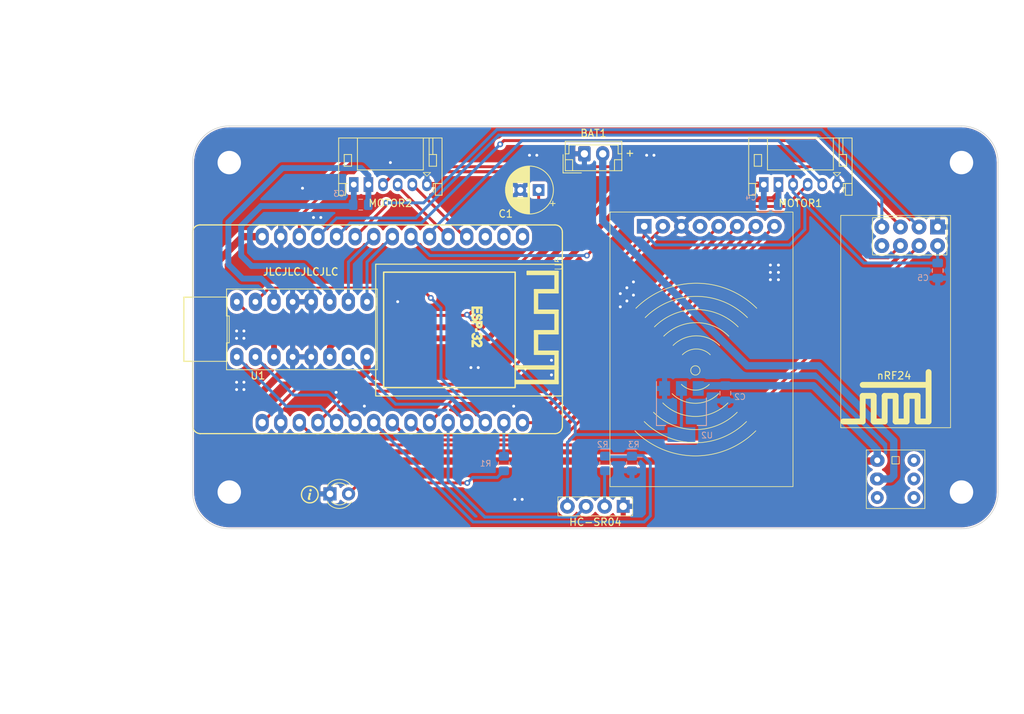
<source format=kicad_pcb>
(kicad_pcb (version 20221018) (generator pcbnew)
  (layers (0 "F.Cu" jumper) (31 "B.Cu" signal) (34 "B.Paste" user) (35 "F.Paste" user) (36 "B.SilkS" user "B.Silkscreen") (37 "F.SilkS" user "F.Silkscreen") (38 "B.Mask" user) (39 "F.Mask" user) (44 "Edge.Cuts" user))
  (net 0 "")
  (net 1 "+3V3")
  (net 2 "CSN_NRF")
  (net 3 "RST_RFID")
  (net 4 "SDA_RFID")
  (net 5 "SCK_RFID")
  (net 6 "MISO_RFID")
  (net 7 "MOSI_RFID")
  (net 8 "CE_NRF")
  (net 12 "SCK_NRF")
  (net 13 "MISO_NRF")
  (net 14 "MOSI_NRF")
  (net 15 "M2_S1")
  (net 16 "M2_S2")
  (net 17 "+BATT")
  (net 18 "Echo")
  (net 19 "Trig")
  (net 20 "+5V")
  (net 21 "EN1")
  (net 22 "IN1")
  (net 23 "IN2")
  (net 24 "EN2")
  (net 25 "IN3")
  (net 26 "IN4")
  (net 27 "M1_S1")
  (net 28 "M1_S2")
  (net 31 "/M2-")
  (net 32 "/M2+")
  (net 33 "/M1-")
  (net 34 "/M1+")
  (net 35 "GND")
  (net 36 "VCC")
  (net 37 "LED")
  (net 38 "Net-(D1-A)")
  (net 39 "Net-(J1-Echo)")
  (footprint "GERE_footprints:MFRC522 37.5x25mm" (layer "F.Cu") (at 181.99 94.26 90)
    (fp_text reference "U5" (at 30.48 -31.98 90 unlocked) (layer "F.SilkS") (effects (font (thickness 0.1))))
    (fp_text value "MFRC522 37.5x25mm")
    (pad "1" thru_hole rect locked (at 35.56 -20.32 90) (size 2 2) (drill 0.9) (layers "*.Cu" "*.Mask") (net 1 "+3V3"))
    (pad "2" thru_hole circle locked (at 35.56 -17.78 90) (size 2 2) (drill 0.9) (layers "*.Cu" "*.Mask") (net 3 "RST_RFID"))
    (pad "3" thru_hole circle locked (at 35.56 -15.24 90) (size 2 2) (drill 0.9) (layers "*.Cu" "*.Mask") (net 35 "GND"))
    (pad "4" thru_hole circle locked (at 35.56 -12.7 90) (size 2 2) (drill 0.9) (layers "*.Cu" "*.Mask"))
    (pad "5" thru_hole circle locked (at 35.56 -10.16 90) (size 2 2) (drill 0.9) (layers "*.Cu" "*.Mask") (net 6 "MISO_RFID"))
    (pad "6" thru_hole circle locked (at 35.56 -7.62 90) (size 2 2) (drill 0.9) (layers "*.Cu" "*.Mask") (net 7 "MOSI_RFID"))
    (pad "7" thru_hole circle locked (at 35.56 -5.08 90) (size 2 2) (drill 0.9) (layers "*.Cu" "*.Mask") (net 5 "SCK_RFID"))
    (pad "8" thru_hole circle locked (at 35.56 -2.54 90) (size 2 2) (drill 0.9) (layers "*.Cu" "*.Mask") (net 4 "SDA_RFID"))
  )
  (footprint "MountingHole:MountingHole_3.2mm_M3_DIN965_Pad" (layer "F.Cu") (at 205 95)
    (fp_text reference "H4" hide)
    (fp_text value "MountingHole_Pad")
    (pad "1" thru_hole circle locked (at 0 0) (size 5.6 5.6) (drill 3.2) (layers "*.Cu" "*.Mask") (net 35 "GND"))
  )
  (footprint "GERE_footprints:info2" (layer "F.Cu") (at 116 95.25)
    (fp_text reference "G***" hide)
    (fp_text value "LOGO" hide)
  )
  (footprint "LED_THT:LED_D3.0mm_Clear" (layer "F.Cu") (at 118.75 95.25)
    (fp_text reference "D1" hide)
    (fp_text value "LED")
    (pad "1" thru_hole rect (at 0 0) (size 1.8 1.8) (drill 0.9) (layers "*.Cu" "*.Mask") (net 35 "GND"))
    (pad "2" thru_hole circle (at 2.54 0) (size 1.8 1.8) (drill 0.9) (layers "*.Cu" "*.Mask") (net 38 "Net-(D1-A)"))
  )
  (footprint "GERE_footprints:NRF24_SOCKET" (layer "F.Cu") (at 201.73 58.8 180)
    (fp_text reference "NRF24")
    (fp_text value "NRF24" hide)
    (fp_text user "nRF24" (at 5.93 -20.3 unlocked) (layer "F.SilkS"))
    (pad "1" thru_hole rect locked (at -0.01 0 180) (size 2.032 2.032) (drill 0.9) (layers "*.Cu" "*.Mask") (net 35 "GND"))
    (pad "2" thru_hole circle locked (at -0.01 -2.54 180) (size 2.032 2.032) (drill 0.9) (layers "*.Cu" "*.Mask") (net 1 "+3V3"))
    (pad "3" thru_hole circle locked (at 2.53 0 180) (size 2.032 2.032) (drill 0.9) (layers "*.Cu" "*.Mask") (net 8 "CE_NRF"))
    (pad "4" thru_hole circle locked (at 2.53 -2.54 180) (size 2.032 2.032) (drill 0.9) (layers "*.Cu" "*.Mask") (net 2 "CSN_NRF"))
    (pad "5" thru_hole circle locked (at 5.07 0 180) (size 2.032 2.032) (drill 0.9) (layers "*.Cu" "*.Mask") (net 12 "SCK_NRF"))
    (pad "6" thru_hole circle locked (at 5.07 -2.54 180) (size 2.032 2.032) (drill 0.9) (layers "*.Cu" "*.Mask") (net 14 "MOSI_NRF"))
    (pad "7" thru_hole circle locked (at 7.61 0 180) (size 2.032 2.032) (drill 0.9) (layers "*.Cu" "*.Mask") (net 13 "MISO_NRF"))
    (pad "8" thru_hole circle locked (at 7.61 -2.54 180) (size 2.032 2.032) (drill 0.9) (layers "*.Cu" "*.Mask"))
  )
  (footprint "GERE_footprints:Encoder Socket" (layer "F.Cu") (at 188 53 180)
    (fp_text reference "MOTOR1" (at 5 -2.55 180) (layer "F.SilkS"))
    (fp_text value "MOTOR ENC JST_06 (PH2.0) Horizontal")
    (pad "1" thru_hole oval locked (at 0 0 180) (size 1.3 1.8) (drill 0.8) (layers "*.Cu" "*.Mask") (net 35 "GND"))
    (pad "2" thru_hole oval locked (at 2 0 180) (size 1.3 1.8) (drill 0.8) (layers "*.Cu" "*.Mask") (net 27 "M1_S1"))
    (pad "3" thru_hole oval locked (at 4 0 180) (size 1.3 1.8) (drill 0.8) (layers "*.Cu" "*.Mask") (net 28 "M1_S2"))
    (pad "4" thru_hole oval locked (at 6 0 180) (size 1.3 1.8) (drill 0.8) (layers "*.Cu" "*.Mask") (net 1 "+3V3"))
    (pad "5" thru_hole rect locked (at 8 0 180) (size 1.3 2) (drill 0.8) (layers "*.Cu" "*.Mask") (net 34 "/M1+"))
    (pad "6" thru_hole rect locked (at 10 0 180) (size 1.3 2) (drill 0.8) (layers "*.Cu" "*.Mask") (net 33 "/M1-"))
  )
  (footprint "PCM_SL_Development_Boards:DOIT_ESP32_DEVKIT_30Pins" (layer "F.Cu") (at 109.49 85.52 90)
    (fp_text reference "A1")
    (fp_text value "ESP32_DevKit_V1_DOIT_30GPIOs")
    (pad "1" thru_hole oval locked (at 0 0) (size 1.8 2.4) (drill 1) (layers "*.Cu" "*.Mask") (net 1 "+3V3"))
    (pad "2" thru_hole oval locked (at 0 2.54) (size 1.8 2.4) (drill 1) (layers "*.Cu" "*.Mask") (net 35 "GND"))
    (pad "3" thru_hole oval locked (at 0 5.08) (size 1.8 2.4) (drill 1) (layers "*.Cu" "*.Mask") (net 2 "CSN_NRF"))
    (pad "4" thru_hole oval locked (at 0 7.62) (size 1.8 2.4) (drill 1) (layers "*.Cu" "*.Mask") (net 3 "RST_RFID"))
    (pad "5" thru_hole oval locked (at 0 10.16) (size 1.8 2.4) (drill 1) (layers "*.Cu" "*.Mask") (net 21 "EN1"))
    (pad "6" thru_hole oval locked (at 0 12.7) (size 1.8 2.4) (drill 1) (layers "*.Cu" "*.Mask") (net 22 "IN1"))
    (pad "7" thru_hole oval locked (at 0 15.24) (size 1.8 2.4) (drill 1) (layers "*.Cu" "*.Mask") (net 18 "Echo"))
    (pad "8" thru_hole oval locked (at 0 17.78) (size 1.8 2.4) (drill 1) (layers "*.Cu" "*.Mask") (net 4 "SDA_RFID"))
    (pad "9" thru_hole oval locked (at 0 20.32) (size 1.8 2.4) (drill 1) (layers "*.Cu" "*.Mask") (net 5 "SCK_RFID"))
    (pad "10" thru_hole oval locked (at 0 22.86) (size 1.8 2.4) (drill 1) (layers "*.Cu" "*.Mask") (net 6 "MISO_RFID"))
    (pad "11" thru_hole oval locked (at 0 25.4) (size 1.8 2.4) (drill 1) (layers "*.Cu" "*.Mask") (net 19 "Trig"))
    (pad "12" thru_hole oval locked (at 0 27.94) (size 1.8 2.4) (drill 1) (layers "*.Cu" "*.Mask") (net 23 "IN2"))
    (pad "13" thru_hole oval locked (at 0 30.48) (size 1.8 2.4) (drill 1) (layers "*.Cu" "*.Mask") (net 26 "IN4"))
    (pad "14" thru_hole oval locked (at 0 33.02) (size 1.8 2.4) (drill 1) (layers "*.Cu" "*.Mask") (net 37 "LED"))
    (pad "15" thru_hole oval locked (at 0 35.56) (size 1.8 2.4) (drill 1) (layers "*.Cu" "*.Mask") (net 7 "MOSI_RFID"))
    (pad "16" thru_hole oval locked (at 25.4 35.56) (size 1.8 2.4) (drill 1) (layers "*.Cu" "*.Mask"))
    (pad "17" thru_hole oval locked (at 25.4 33.02) (size 1.8 2.4) (drill 1) (layers "*.Cu" "*.Mask"))
    (pad "18" thru_hole oval locked (at 25.4 30.48) (size 1.8 2.4) (drill 1) (layers "*.Cu" "*.Mask"))
    (pad "19" thru_hole oval locked (at 25.4 27.94) (size 1.8 2.4) (drill 1) (layers "*.Cu" "*.Mask") (net 15 "M2_S1"))
    (pad "20" thru_hole oval locked (at 25.4 25.4) (size 1.8 2.4) (drill 1) (layers "*.Cu" "*.Mask") (net 16 "M2_S2"))
    (pad "21" thru_hole oval locked (at 25.4 22.86) (size 1.8 2.4) (drill 1) (layers "*.Cu" "*.Mask") (net 27 "M1_S1"))
    (pad "22" thru_hole oval locked (at 25.4 20.32) (size 1.8 2.4) (drill 1) (layers "*.Cu" "*.Mask") (net 28 "M1_S2"))
    (pad "23" thru_hole oval locked (at 25.4 17.78) (size 1.8 2.4) (drill 1) (layers "*.Cu" "*.Mask") (net 24 "EN2"))
    (pad "24" thru_hole oval locked (at 25.4 15.24) (size 1.8 2.4) (drill 1) (layers "*.Cu" "*.Mask") (net 25 "IN3"))
    (pad "25" thru_hole oval locked (at 25.4 12.7) (size 1.8 2.4) (drill 1) (layers "*.Cu" "*.Mask") (net 8 "CE_NRF"))
    (pad "26" thru_hole oval locked (at 25.4 10.16) (size 1.8 2.4) (drill 1) (layers "*.Cu" "*.Mask") (net 12 "SCK_NRF"))
    (pad "27" thru_hole oval locked (at 25.4 7.62) (size 1.8 2.4) (drill 1) (layers "*.Cu" "*.Mask") (net 13 "MISO_NRF"))
    (pad "28" thru_hole oval locked (at 25.4 5.08) (size 1.8 2.4) (drill 1) (layers "*.Cu" "*.Mask") (net 14 "MOSI_NRF"))
    (pad "29" thru_hole oval locked (at 25.4 2.54) (size 1.8 2.4) (drill 1) (layers "*.Cu" "*.Mask") (net 35 "GND"))
    (pad "30" thru_hole oval locked (at 25.4 0) (size 1.8 2.4) (drill 1) (layers "*.Cu" "*.Mask") (net 36 "VCC"))
  )
  (footprint "GERE_footprints:Encoder Socket" (layer "F.Cu") (at 132 53 180)
    (fp_text reference "MOTOR2" (at 5 -2.55 180) (layer "F.SilkS"))
    (fp_text value "MOTOR ENC JST_06 (PH2.0) Horizontal")
    (pad "1" thru_hole oval locked (at 0 0 180) (size 1.3 1.8) (drill 0.8) (layers "*.Cu" "*.Mask") (net 35 "GND"))
    (pad "2" thru_hole oval locked (at 2 0 180) (size 1.3 1.8) (drill 0.8) (layers "*.Cu" "*.Mask") (net 15 "M2_S1"))
    (pad "3" thru_hole oval locked (at 4 0 180) (size 1.3 1.8) (drill 0.8) (layers "*.Cu" "*.Mask") (net 16 "M2_S2"))
    (pad "4" thru_hole oval locked (at 6 0 180) (size 1.3 1.8) (drill 0.8) (layers "*.Cu" "*.Mask") (net 1 "+3V3"))
    (pad "5" thru_hole rect locked (at 8 0 180) (size 1.3 2) (drill 0.8) (layers "*.Cu" "*.Mask") (net 32 "/M2+"))
    (pad "6" thru_hole rect locked (at 10 0 180) (size 1.3 2) (drill 0.8) (layers "*.Cu" "*.Mask") (net 31 "/M2-"))
  )
  (footprint "MountingHole:MountingHole_3.2mm_M3_DIN965_Pad" (layer "F.Cu") (at 105 50)
    (fp_text reference "H1" hide)
    (fp_text value "MountingHole_Pad")
    (pad "1" thru_hole circle locked (at 0 0) (size 5.6 5.6) (drill 3.2) (layers "*.Cu" "*.Mask") (net 35 "GND"))
  )
  (footprint "Capacitor_THT:CP_Radial_D6.3mm_P2.50mm" (layer "F.Cu") (at 147.25 53.75 180)
    (fp_text reference "C1" (at 4.5 -3.25) (layer "F.SilkS"))
    (fp_text value "220uF_10V")
    (pad "1" thru_hole rect (at 0 0 180) (size 1.6 1.6) (drill 0.8) (layers "*.Cu" "*.Mask") (net 20 "+5V"))
    (pad "2" thru_hole circle (at 2.5 0 180) (size 1.6 1.6) (drill 0.8) (layers "*.Cu" "*.Mask") (net 35 "GND"))
  )
  (footprint "GERE_footprints:HC-SR04" (layer "F.Cu") (at 158.8 96.95 -90)
    (fp_text reference "J1")
    (fp_text value "HC-SR04" hide)
    (fp_text user "HC-SR04" (at 2.15 3.8 unlocked) (layer "F.SilkS"))
    (pad "1" thru_hole rect locked (at 0 0) (size 1.75 1.75) (drill 1) (layers "*.Cu" "*.Mask") (net 35 "GND"))
    (pad "2" thru_hole circle locked (at 0 2.54) (size 2 2) (drill 1) (layers "*.Cu" "*.Mask") (net 39 "Net-(J1-Echo)"))
    (pad "3" thru_hole circle locked (at 0 5.08) (size 2 2) (drill 1) (layers "*.Cu" "*.Mask") (net 19 "Trig"))
    (pad "4" thru_hole circle locked (at 0 7.62) (size 2 2) (drill 1) (layers "*.Cu" "*.Mask") (net 20 "+5V"))
  )
  (footprint "GERE_footprints:Push Button Switch 7mm" (layer "F.Cu") (at 193.5 95.75)
    (fp_text reference "SW1" hide)
    (fp_text value "Switch")
    (pad "1" thru_hole oval (at 0 -5.08) (size 2 1.75) (drill 0.8) (layers "*.Cu" "*.Mask") (net 36 "VCC"))
    (pad "2" thru_hole oval (at 0 -2.54) (size 2 1.75) (drill 0.8) (layers "*.Cu" "*.Mask") (net 17 "+BATT"))
    (pad "3" thru_hole circle (at 0 0) (size 1.75 1.75) (drill 0.8) (layers "*.Cu" "*.Mask"))
    (pad "4" thru_hole circle (at 5 -5.08) (size 1.75 1.75) (drill 0.8) (layers "*.Cu" "*.Mask"))
    (pad "5" thru_hole circle (at 5 -2.54) (size 1.75 1.75) (drill 0.8) (layers "*.Cu" "*.Mask"))
    (pad "6" thru_hole circle (at 5 0) (size 1.75 1.75) (drill 0.8) (layers "*.Cu" "*.Mask"))
  )
  (footprint "MountingHole:MountingHole_3.2mm_M3_DIN965_Pad" (layer "F.Cu") (at 105 95)
    (fp_text reference "H2" hide)
    (fp_text value "MountingHole_Pad")
    (pad "1" thru_hole circle locked (at 0 0) (size 5.6 5.6) (drill 3.2) (layers "*.Cu" "*.Mask") (net 35 "GND"))
  )
  (footprint "MountingHole:MountingHole_3.2mm_M3_DIN965_Pad" (layer "F.Cu") (at 205 50)
    (fp_text reference "H3" hide)
    (fp_text value "MountingHole_Pad")
    (pad "1" thru_hole circle locked (at 0 0) (size 5.6 5.6) (drill 3.2) (layers "*.Cu" "*.Mask") (net 35 "GND"))
  )
  (footprint "Connector_JST:JST_EH_B2B-EH-A_1x02_P2.50mm_Vertical" (layer "F.Cu") (at 153.5 48.8)
    (fp_text reference "BAT1" (at 1.25 -2.8) (layer "F.SilkS"))
    (fp_text value "JST_02")
    (pad "1" thru_hole roundrect (at 0 0) (size 1.7 2.1) (drill 1) (layers "*.Cu" "*.Mask") (roundrect_rratio 0.1470588235) (net 35 "GND"))
    (pad "2" thru_hole oval (at 2.5 0) (size 1.8 2.1) (drill 1) (layers "*.Cu" "*.Mask") (net 17 "+BATT"))
  )
  (footprint "PCM_SL_Devices:DIP-16_W7.62mm_IC_Socket" (layer "F.Cu") (at 106.03 72.83 90)
    (fp_text reference "U1" (at -6.27 2.87 180) (layer "F.SilkS"))
    (fp_text value "L293")
    (pad "1" thru_hole oval (at -3.71 0) (size 1.8 2.5) (drill 0.8) (layers "*.Cu" "*.Mask") (net 21 "EN1"))
    (pad "2" thru_hole oval (at -3.71 2.54) (size 1.8 2.5) (drill 0.8) (layers "*.Cu" "*.Mask") (net 22 "IN1"))
    (pad "3" thru_hole oval (at -3.71 5.08) (size 1.8 2.5) (drill 0.8) (layers "*.Cu" "*.Mask") (net 33 "/M1-"))
    (pad "4" thru_hole oval (at -3.71 7.62) (size 1.8 2.5) (drill 0.8) (layers "*.Cu" "*.Mask") (net 35 "GND"))
    (pad "5" thru_hole oval (at -3.71 10.16) (size 1.8 2.5) (drill 0.8) (layers "*.Cu" "*.Mask") (net 35 "GND"))
    (pad "6" thru_hole oval (at -3.71 12.7) (size 1.8 2.5) (drill 0.8) (layers "*.Cu" "*.Mask") (net 34 "/M1+"))
    (pad "7" thru_hole oval (at -3.71 15.24) (size 1.8 2.5) (drill 0.8) (layers "*.Cu" "*.Mask") (net 23 "IN2"))
    (pad "8" thru_hole oval (at -3.71 17.78) (size 1.8 2.5) (drill 0.8) (layers "*.Cu" "*.Mask") (net 36 "VCC"))
    (pad "9" thru_hole oval (at 3.81 17.78) (size 1.8 2.5) (drill 0.8) (layers "*.Cu" "*.Mask") (net 24 "EN2"))
    (pad "10" thru_hole oval (at 3.81 15.24) (size 1.8 2.5) (drill 0.8) (layers "*.Cu" "*.Mask") (net 25 "IN3"))
    (pad "11" thru_hole oval (at 3.81 12.7) (size 1.8 2.5) (drill 0.8) (layers "*.Cu" "*.Mask") (net 31 "/M2-"))
    (pad "12" thru_hole oval (at 3.81 10.16) (size 1.8 2.5) (drill 0.8) (layers "*.Cu" "*.Mask") (net 35 "GND"))
    (pad "13" thru_hole oval (at 3.81 7.62) (size 1.8 2.5) (drill 0.8) (layers "*.Cu" "*.Mask") (net 35 "GND"))
    (pad "14" thru_hole oval (at 3.81 5.08) (size 1.8 2.5) (drill 0.8) (layers "*.Cu" "*.Mask") (net 32 "/M2+"))
    (pad "15" thru_hole oval (at 3.81 2.54) (size 1.8 2.5) (drill 0.8) (layers "*.Cu" "*.Mask") (net 26 "IN4"))
    (pad "16" thru_hole oval (at 3.81 0) (size 1.8 2.5) (drill 0.8) (layers "*.Cu" "*.Mask") (net 20 "+5V"))
  )
  (footprint "Resistor_SMD:R_0805_2012Metric_Pad1.20x1.40mm_HandSolder" (layer "B.Cu") (at 142.5 91.1 90)
    (fp_text reference "R1" (at 0 -2.5 180) (layer "B.SilkS") (effects (font (size 0.8 0.8) (thickness 0.1)) (justify mirror)))
    (fp_text value "~")
    (pad "1" smd roundrect (at -1 0 90) (size 1.2 1.4) (layers "B.Cu" "B.Paste" "B.Mask") (roundrect_rratio 0.2083333333) (net 38 "Net-(D1-A)"))
    (pad "2" smd roundrect (at 1 0 90) (size 1.2 1.4) (layers "B.Cu" "B.Paste" "B.Mask") (roundrect_rratio 0.2083333333) (net 37 "LED"))
  )
  (footprint "Capacitor_SMD:C_0805_2012Metric_Pad1.18x1.45mm_HandSolder" (layer "B.Cu") (at 178.925 55.75)
    (fp_text reference "C4")
    (fp_text value "100nF")
    (fp_text user "${REFERENCE}" (at -2.675 -1) (layer "B.SilkS") (effects (font (size 0.8 0.8) (thickness 0.1) bold) (justify mirror)))
    (pad "1" smd roundrect (at -1.0375 0) (size 1.175 1.45) (layers "B.Cu" "B.Paste" "B.Mask") (roundrect_rratio 0.2127659574) (net 33 "/M1-"))
    (pad "2" smd roundrect (at 1.0375 0) (size 1.175 1.45) (layers "B.Cu" "B.Paste" "B.Mask") (roundrect_rratio 0.2127659574) (net 34 "/M1+"))
  )
  (footprint "Package_TO_SOT_SMD:SOT-223-3_TabPin2" (layer "B.Cu") (at 166.75 84 -90)
    (fp_text reference "U2")
    (fp_text value "AMS1117-5.0")
    (fp_text user "${REFERENCE}" (at 3.25 -3.5) (layer "B.SilkS") (effects (font (size 0.8 0.8) (thickness 0.1)) (justify mirror)))
    (pad "1" smd rect (at -3.15 2.3 270) (size 2 1.5) (layers "B.Cu" "B.Paste" "B.Mask") (net 35 "GND"))
    (pad "2" smd rect (at -3.15 0 270) (size 2 1.5) (layers "B.Cu" "B.Paste" "B.Mask") (net 20 "+5V"))
    (pad "2" smd rect (at 3.15 0 270) (size 2 3.8) (layers "B.Cu" "B.Paste" "B.Mask") (net 20 "+5V"))
    (pad "3" smd rect (at -3.15 -2.3 270) (size 2 1.5) (layers "B.Cu" "B.Paste" "B.Mask") (net 36 "VCC"))
  )
  (footprint "Resistor_SMD:R_0805_2012Metric_Pad1.20x1.40mm_HandSolder" (layer "B.Cu") (at 160 91.0875 -90)
    (fp_text reference "R3" (at -2.5875 -0.25 180) (layer "B.SilkS") (effects (font (size 0.8 0.8) (thickness 0.1)) (justify mirror)))
    (fp_text value "680")
    (pad "1" smd roundrect (at -1 0 270) (size 1.2 1.4) (layers "B.Cu" "B.Paste" "B.Mask") (roundrect_rratio 0.2083333333) (net 18 "Echo"))
    (pad "2" smd roundrect (at 1 0 270) (size 1.2 1.4) (layers "B.Cu" "B.Paste" "B.Mask") (roundrect_rratio 0.2083333333) (net 35 "GND"))
  )
  (footprint "Capacitor_SMD:C_0805_2012Metric_Pad1.18x1.45mm_HandSolder" (layer "B.Cu") (at 122.945 55.75)
    (fp_text reference "C3" (at -2.945 -1.5) (layer "B.SilkS") (effects (font (size 0.8 0.8) (thickness 0.1)) (justify mirror)))
    (fp_text value "100nF")
    (pad "1" smd roundrect (at -1.0375 0) (size 1.175 1.45) (layers "B.Cu" "B.Paste" "B.Mask") (roundrect_rratio 0.2127659574) (net 31 "/M2-"))
    (pad "2" smd roundrect (at 1.0375 0) (size 1.175 1.45) (layers "B.Cu" "B.Paste" "B.Mask") (roundrect_rratio 0.2127659574) (net 32 "/M2+"))
  )
  (footprint "Resistor_SMD:R_0805_2012Metric_Pad1.20x1.40mm_HandSolder" (layer "B.Cu") (at 156.3375 91.0875 90)
    (fp_text reference "R2" (at 2.5875 -0.3375) (layer "B.SilkS") (effects (font (size 0.8 0.8) (thickness 0.1)) (justify mirror)))
    (fp_text value "330")
    (pad "1" smd roundrect (at -1 0 90) (size 1.2 1.4) (layers "B.Cu" "B.Paste" "B.Mask") (roundrect_rratio 0.2083333333) (net 39 "Net-(J1-Echo)"))
    (pad "2" smd roundrect (at 1 0 90) (size 1.2 1.4) (layers "B.Cu" "B.Paste" "B.Mask") (roundrect_rratio 0.2083333333) (net 18 "Echo"))
  )
  (footprint "Capacitor_SMD:C_0805_2012Metric_Pad1.18x1.45mm_HandSolder" (layer "B.Cu") (at 172.75 81.5 90)
    (fp_text reference "C2" (at -0.5 2 180) (layer "B.SilkS") (effects (font (size 0.8 0.8) (thickness 0.1)) (justify mirror)))
    (fp_text value "100nF")
    (pad "1" smd roundrect (at -1.0375 0 90) (size 1.175 1.45) (layers "B.Cu" "B.Paste" "B.Mask") (roundrect_rratio 0.2127659574) (net 35 "GND"))
    (pad "2" smd roundrect (at 1.0375 0 90) (size 1.175 1.45) (layers "B.Cu" "B.Paste" "B.Mask") (roundrect_rratio 0.2127659574) (net 36 "VCC"))
  )
  (footprint "Capacitor_SMD:C_0805_2012Metric_Pad1.18x1.45mm_HandSolder" (layer "B.Cu") (at 201.75 64.75 -90)
    (fp_text reference "C5")
    (fp_text value "100uf")
    (fp_text user "${REFERENCE}" (at 1 2) (layer "B.SilkS") (effects (font (size 0.8 0.8) (thickness 0.1)) (justify mirror)))
    (pad "1" smd roundrect (at -1.0375 0 270) (size 1.175 1.45) (layers "B.Cu" "B.Paste" "B.Mask") (roundrect_rratio 0.2127659574) (net 1 "+3V3"))
    (pad "2" smd roundrect (at 1.0375 0 270) (size 1.175 1.45) (layers "B.Cu" "B.Paste" "B.Mask") (roundrect_rratio 0.2127659574) (net 35 "GND"))
  )
  (gr_arc (start 100 50) (mid 101.464466 46.464466) (end 105 45) (stroke (width 0.1)) (layer "Edge.Cuts"))
  (gr_arc (start 205 45) (mid 208.535534 46.464466) (end 210 50) (stroke (width 0.1)) (layer "Edge.Cuts"))
  (gr_line (start 100 95) (end 100 50) (stroke (width 0.1)) (layer "Edge.Cuts"))
  (gr_line (start 210 95) (end 210 50) (stroke (width 0.1)) (layer "Edge.Cuts"))
  (gr_arc (start 210 95) (mid 208.535534 98.535534) (end 205 100) (stroke (width 0.1)) (layer "Edge.Cuts"))
  (gr_line (start 105 45) (end 205 45) (stroke (width 0.1)) (layer "Edge.Cuts"))
  (gr_line (start 205 100) (end 105 100) (stroke (width 0.1)) (layer "Edge.Cuts"))
  (gr_arc (start 105 100) (mid 101.464466 98.535534) (end 100 95) (stroke (width 0.1)) (layer "Edge.Cuts"))
  (gr_text "JLCJLCJLCJLC" (at 109.5 65.5) (layer "F.SilkS") (effects (font (size 1 1) (thickness 0.17) bold) (justify left bottom)))
  (gr_text "+" (at 159 49.25) (layer "F.SilkS") (effects (font (size 1 1)) (justify left bottom)))
  (segment (start 180.244 51.2441) (end 127.7559 51.2441) (width 0.4) (layer "F.Cu") (net 1))
  (segment (start 161.67 60.08) (end 161.67 58.7) (width 0.4) (layer "F.Cu") (net 1))
  (segment (start 181.4941 51.2441) (end 182 51.75) (width 0.4) (layer "F.Cu") (net 1))
  (segment (start 182 53) (end 182 51.75) (width 0.4) (layer "F.Cu") (net 1))
  (segment (start 180.244 51.2441) (end 181.4941 51.2441) (width 0.4) (layer "F.Cu") (net 1))
  (segment (start 114.734 80.2756) (end 141.474 80.2756) (width 0.4) (layer "F.Cu") (net 1))
  (segment (start 141.474 80.2756) (end 161.67 60.08) (width 0.4) (layer "F.Cu") (net 1))
  (segment (start 180.244 51.2441) (end 127.756 51.2441) (width 0.4) (layer "F.Cu") (net 1))
  (segment (start 127.756 51.2441) (end 126 53) (width 0.4) (layer "F.Cu") (net 1))
  (segment (start 127.7559 51.2441) (end 126 53) (width 0.4) (layer "F.Cu") (net 1))
  (segment (start 109.49 85.52) (end 114.734 80.2756) (width 0.4) (layer "F.Cu") (net 1))
  (segment (start 183.604959 55.645041) (end 182 54.04) (width 0.4) (layer "B.Cu") (net 1))
  (segment (start 184.979923 57.020077) (end 183.604959 55.645041) (width 0.4) (layer "B.Cu") (net 1))
  (segment (start 181.5 61.25) (end 163.25 61.25) (width 0.4) (layer "B.Cu") (net 1))
  (segment (start 183.604959 55.645041) (end 183.604959 59.145041) (width 0.4) (layer "B.Cu") (net 1))
  (segment (start 191.672 63.7125) (end 189.104816 61.145184) (width 0.4) (layer "B.Cu") (net 1))
  (segment (start 201.74 63.7025) (end 201.75 63.7125) (width 0.4) (layer "B.Cu") (net 1))
  (segment (start 182 54.04) (end 182 53) (width 0.4) (layer "B.Cu") (net 1))
  (segment (start 161.67 59.67) (end 161.67 58.7) (width 0.4) (layer "B.Cu") (net 1))
  (segment (start 163.25 61.25) (end 161.67 59.67) (width 0.4) (layer "B.Cu") (net 1))
  (segment (start 189.104816 61.145184) (end 184.979923 57.020077) (width 0.4) (layer "B.Cu") (net 1))
  (segment (start 201.75 63.7125) (end 191.672 63.7125) (width 0.4) (layer "B.Cu") (net 1))
  (segment (start 183.604959 59.145041) (end 181.5 61.25) (width 0.4) (layer "B.Cu") (net 1))
  (segment (start 201.74 61.34) (end 201.74 63.7025) (width 0.4) (layer "B.Cu") (net 1))
  (segment (start 114.57 85.52) (end 117.612 88.5618) (width 0.4) (layer "F.Cu") (net 2))
  (segment (start 117.612 88.5618) (end 171.978 88.5618) (width 0.4) (layer "F.Cu") (net 2))
  (segment (start 171.978 88.5618) (end 199.2 61.34) (width 0.4) (layer "F.Cu") (net 2))
  (segment (start 141.83 81.2193) (end 121.411 81.2193) (width 0.4) (layer "F.Cu") (net 3))
  (segment (start 164.21 58.8391) (end 141.83 81.2193) (width 0.4) (layer "F.Cu") (net 3))
  (segment (start 164.21 58.7) (end 164.21 58.8391) (width 0.4) (layer "F.Cu") (net 3))
  (segment (start 121.411 81.2193) (end 117.11 85.52) (width 0.4) (layer "F.Cu") (net 3))
  (segment (start 129.631 87.8807) (end 127.27 85.52) (width 0.4) (layer "F.Cu") (net 4))
  (segment (start 150.269 87.8807) (end 129.631 87.8807) (width 0.4) (layer "F.Cu") (net 4))
  (segment (start 179.45 58.7) (end 150.269 87.8807) (width 0.4) (layer "F.Cu") (net 4))
  (segment (start 148.412 87.1982) (end 131.488 87.1982) (width 0.4) (layer "F.Cu") (net 5))
  (segment (start 131.488 87.1982) (end 129.81 85.52) (width 0.4) (layer "F.Cu") (net 5))
  (segment (start 176.91 58.7) (end 148.412 87.1982) (width 0.4) (layer "F.Cu") (net 5))
  (segment (start 148.437 82.0932) (end 171.83 58.7) (width 0.4) (layer "F.Cu") (net 6))
  (segment (start 132.35 85.52) (end 135.777 82.0932) (width 0.4) (layer "F.Cu") (net 6))
  (segment (start 135.777 82.0932) (end 148.437 82.0932) (width 0.4) (layer "F.Cu") (net 6))
  (segment (start 174.37 58.7) (end 147.55 85.52) (width 0.4) (layer "F.Cu") (net 7))
  (segment (start 147.55 85.52) (end 145.05 85.52) (width 0.4) (layer "F.Cu") (net 7))
  (segment (start 122.19 60.12) (end 126.429 55.881) (width 0.4) (layer "F.Cu") (net 8))
  (segment (start 126.429 55.881) (end 126.429 55.5) (width 0.4) (layer "F.Cu") (net 8))
  (via (at 126.429 55.5) (size 0.8) (drill 0.4) (layers "F.Cu" "B.Cu") (net 8))
  (segment (start 126.429 55.5) (end 131.543 55.5) (width 0.4) (layer "B.Cu") (net 8))
  (segment (start 131.543 55.5) (end 141.543 45.5) (width 0.4) (layer "B.Cu") (net 8))
  (segment (start 141.543 45.5) (end 185.9 45.5) (width 0.4) (layer "B.Cu") (net 8))
  (segment (start 185.9 45.5) (end 199.2 58.8) (width 0.4) (layer "B.Cu") (net 8))
  (segment (start 185 47) (end 196.66 58.6601) (width 0.4) (layer "F.Cu") (net 12))
  (segment (start 196.66 58.6601) (end 196.66 58.8) (width 0.4) (layer "F.Cu") (net 12))
  (segment (start 142.5 47) (end 185 47) (width 0.4) (layer "F.Cu") (net 12))
  (segment (start 142 47.5) (end 142.5 47) (width 0.4) (layer "F.Cu") (net 12))
  (via (at 142 47.5) (size 0.8) (drill 0.4) (layers "F.Cu" "B.Cu") (net 12))
  (segment (start 131.25 58.25) (end 121.52 58.25) (width 0.4) (layer "B.Cu") (net 12))
  (segment (start 142 47.5) (end 131.25 58.25) (width 0.4) (layer "B.Cu") (net 12))
  (segment (start 121.52 58.25) (end 119.65 60.12) (width 0.4) (layer "B.Cu") (net 12))
  (segment (start 141.791 46.25) (end 185.375 46.25) (width 0.4) (layer "B.Cu") (net 13))
  (segment (start 119.656 57.5744) (end 130.467 57.5744) (width 0.4) (layer "B.Cu") (net 13))
  (segment (start 130.467 57.5744) (end 141.791 46.25) (width 0.4) (layer "B.Cu") (net 13))
  (segment (start 117.11 60.12) (end 119.656 57.5744) (width 0.4) (layer "B.Cu") (net 13))
  (segment (start 185.375 46.25) (end 194.12 54.995) (width 0.4) (layer "B.Cu") (net 13))
  (segment (start 194.12 54.995) (end 194.12 58.8) (width 0.4) (layer "B.Cu") (net 13))
  (segment (start 117.5 54.5) (end 117.5 53) (width 0.4) (layer "F.Cu") (net 14))
  (segment (start 187.543 50.5651) (end 192 55.0224) (width 0.4) (layer "F.Cu") (net 14))
  (segment (start 114.57 57.43) (end 117.5 54.5) (width 0.4) (layer "F.Cu") (net 14))
  (segment (start 192 62.5) (end 192.5 63) (width 0.4) (layer "F.Cu") (net 14))
  (segment (start 192.5 63) (end 195 63) (width 0.4) (layer "F.Cu") (net 14))
  (segment (start 195 63) (end 196.66 61.34) (width 0.4) (layer "F.Cu") (net 14))
  (segment (start 114.57 60.12) (end 114.57 57.43) (width 0.4) (layer "F.Cu") (net 14))
  (segment (start 117.5 53) (end 121.88 48.62) (width 0.4) (layer "F.Cu") (net 14))
  (segment (start 128.99 48.62) (end 130.9351 50.5651) (width 0.4) (layer "F.Cu") (net 14))
  (segment (start 130.9351 50.5651) (end 187.543 50.5651) (width 0.4) (layer "F.Cu") (net 14))
  (segment (start 192 55.0224) (end 192 62.5) (width 0.4) (layer "F.Cu") (net 14))
  (segment (start 121.88 48.62) (end 128.99 48.62) (width 0.4) (layer "F.Cu") (net 14))
  (segment (start 137.12 60.12) (end 130 53) (width 0.4) (layer "F.Cu") (net 15))
  (segment (start 137.43 60.12) (end 137.12 60.12) (width 0.4) (layer "F.Cu") (net 15))
  (segment (start 134.89 60.12) (end 128 53.23) (width 0.4) (layer "F.Cu") (net 16))
  (segment (start 128 53.23) (end 128 53) (width 0.4) (layer "F.Cu") (net 16))
  (segment (start 195.75 92.75) (end 195.75 88) (width 1) (layer "B.Cu") (net 17))
  (segment (start 156 48.8) (end 156 58) (width 1) (layer "B.Cu") (net 17))
  (segment (start 195.29 93.21) (end 195.75 92.75) (width 1) (layer "B.Cu") (net 17))
  (segment (start 156.1125 48.9125) (end 156 48.8) (width 1) (layer "B.Cu") (net 17))
  (segment (start 156.1375 48.9125) (end 156.1125 48.9125) (width 1) (layer "B.Cu") (net 17))
  (segment (start 156 58) (end 175.75 77.75) (width 1) (layer "B.Cu") (net 17))
  (segment (start 156.025 49.025) (end 156.1375 48.9125) (width 1) (layer "B.Cu") (net 17))
  (segment (start 185.5 77.75) (end 195.75 88) (width 1) (layer "B.Cu") (net 17))
  (segment (start 175.75 77.75) (end 185.5 77.75) (width 1) (layer "B.Cu") (net 17))
  (segment (start 193.5 93.21) (end 195.29 93.21) (width 1) (layer "B.Cu") (net 17))
  (segment (start 156.1375 48.9125) (end 156.25 48.8) (width 1) (layer "B.Cu") (net 17))
  (segment (start 160.175 90) (end 160 90.175) (width 0.4) (layer "B.Cu") (net 18))
  (segment (start 162.5 98.25) (end 162.5 91) (width 0.4) (layer "B.Cu") (net 18))
  (segment (start 161.5 90) (end 160.175 90) (width 0.4) (layer "B.Cu") (net 18))
  (segment (start 161.6731 99.0769) (end 162.5 98.25) (width 0.4) (layer "B.Cu") (net 18))
  (segment (start 162.5 91) (end 161.5 90) (width 0.4) (layer "B.Cu") (net 18))
  (segment (start 156.3375 90.175) (end 160 90.175) (width 0.4) (layer "B.Cu") (net 18))
  (segment (start 138.287 99.0769) (end 161.6731 99.0769) (width 0.4) (layer "B.Cu") (net 18))
  (segment (start 124.73 85.52) (end 138.287 99.0769) (width 0.4) (layer "B.Cu") (net 18))
  (segment (start 139.25 97.75) (end 139.9229 98.4229) (width 0.4) (layer "B.Cu") (net 19))
  (segment (start 139.91 98.41) (end 152.26 98.41) (width 0.4) (layer "B.Cu") (net 19))
  (segment (start 152.26 98.41) (end 153.72 96.95) (width 0.4) (layer "B.Cu") (net 19))
  (segment (start 139.25 97.75) (end 139.91 98.41) (width 0.4) (layer "B.Cu") (net 19))
  (segment (start 134.89 93.39) (end 139.25 97.75) (width 0.4) (layer "B.Cu") (net 19))
  (segment (start 134.89 85.52) (end 134.89 93.39) (width 0.4) (layer "B.Cu") (net 19))
  (segment (start 147.25 61.249978) (end 137.720178 70.7798) (width 0.4) (layer "F.Cu") (net 20))
  (segment (start 107.882 70.8719) (end 106.03 69.02) (width 0.4) (layer "F.Cu") (net 20))
  (segment (start 144.749978 63.749978) (end 144.75 63.749978) (width 0.4) (layer "F.Cu") (net 20))
  (segment (start 137.378 70.8719) (end 107.882 70.8719) (width 0.4) (layer "F.Cu") (net 20))
  (segment (start 137.47 70.7798) (end 137.72 70.7798) (width 0.4) (layer "F.Cu") (net 20))
  (segment (start 137.47 70.7798) (end 137.378 70.8719) (width 0.4) (layer "F.Cu") (net 20))
  (segment (start 137.720178 70.7798) (end 137.47 70.7798) (width 0.4) (layer "F.Cu") (net 20))
  (segment (start 147.25 61.249978) (end 147.25 53.75) (width 0.4) (layer "F.Cu") (net 20))
  (segment (start 137.72 70.7798) (end 144.749978 63.749978) (width 0.4) (layer "F.Cu") (net 20))
  (via (at 137.47 70.7798) (size 0.8) (drill 0.4) (layers "F.Cu" "B.Cu") (net 20))
  (segment (start 151.18 88.218) (end 152.248 87.15) (width 0.4) (layer "B.Cu") (net 20))
  (segment (start 152.248 85.5572) (end 152.248 87.15) (width 0.4) (layer "B.Cu") (net 20))
  (segment (start 166.75 87.15) (end 166.039 87.15) (width 0.4) (layer "B.Cu") (net 20))
  (segment (start 152.248 87.15) (end 166.039 87.15) (width 0.4) (layer "B.Cu") (net 20))
  (segment (start 166.75 86.4386) (end 166.75 80.85) (width 0.4) (layer "B.Cu") (net 20))
  (segment (start 137.47 70.7798) (end 152.248 85.5572) (width 0.4) (layer "B.Cu") (net 20))
  (segment (start 166.039 87.15) (end 166.75 86.4386) (width 0.4) (layer "B.Cu") (net 20))
  (segment (start 151.18 97.1) (end 150.6 97.1) (width 0.4) (layer "B.Cu") (net 20))
  (segment (start 151.18 97.1) (end 151.18 88.218) (width 0.4) (layer "B.Cu") (net 20))
  (segment (start 151.18 88.218) (end 151.18 96.95) (width 0.4) (layer "B.Cu") (net 20))
  (segment (start 112.779 83.2888) (end 117.419 83.2888) (width 0.4) (layer "B.Cu") (net 21))
  (segment (start 117.419 83.2888) (end 119.65 85.52) (width 0.4) (layer "B.Cu") (net 21))
  (segment (start 106.03 76.54) (end 112.779 83.2888) (width 0.4) (layer "B.Cu") (net 21))
  (segment (start 118.42 81.75) (end 122.19 85.52) (width 0.4) (layer "B.Cu") (net 22))
  (segment (start 108.57 76.54) (end 113.78 81.75) (width 0.4) (layer "B.Cu") (net 22))
  (segment (start 113.78 81.75) (end 118.42 81.75) (width 0.4) (layer "B.Cu") (net 22))
  (segment (start 127.73 83) (end 134.91 83) (width 0.4) (layer "B.Cu") (net 23))
  (segment (start 134.91 83) (end 137.43 85.52) (width 0.4) (layer "B.Cu") (net 23))
  (segment (start 121.27 76.54) (end 127.73 83) (width 0.4) (layer "B.Cu") (net 23))
  (segment (start 123.81 63.58) (end 127.27 60.12) (width 0.4) (layer "B.Cu") (net 24))
  (segment (start 123.81 69.02) (end 123.81 63.58) (width 0.4) (layer "B.Cu") (net 24))
  (segment (start 121.27 69.02) (end 121.27 63.58) (width 0.4) (layer "B.Cu") (net 25))
  (segment (start 121.27 63.58) (end 124.73 60.12) (width 0.4) (layer "B.Cu") (net 25))
  (segment (start 110.44 67.1495) (end 108.57 69.02) (width 0.4) (layer "F.Cu") (net 26))
  (segment (start 132.51825 68.48175) (end 131.186 67.1495) (width 0.4) (layer "F.Cu") (net 26))
  (segment (start 131.186 67.1495) (end 110.44 67.1495) (width 0.4) (layer "F.Cu") (net 26))
  (via (at 132.51825 68.48175) (size 0.8) (drill 0.4) (layers "F.Cu" "B.Cu") (net 26))
  (segment (start 133.915 69.8785) (end 133.915 79.465) (width 0.4) (layer "B.Cu") (net 26))
  (segment (start 133.915 79.465) (end 139.97 85.52) (width 0.4) (layer "B.Cu") (net 26))
  (segment (start 132.51825 68.48175) (end 133.915 69.8785) (width 0.4) (layer "B.Cu") (net 26))
  (segment (start 132.35 60.12) (end 132.35 59.61) (width 0.4) (layer "B.Cu") (net 27))
  (segment (start 132.35 59.61) (end 144.96 47) (width 0.4) (layer "B.Cu") (net 27))
  (segment (start 180 47) (end 186 53) (width 0.4) (layer "B.Cu") (net 27))
  (segment (start 144.96 47) (end 180 47) (width 0.4) (layer "B.Cu") (net 27))
  (segment (start 160.53845 56) (end 181 56) (width 0.4) (layer "F.Cu") (net 28))
  (segment (start 181 56) (end 184 53) (width 0.4) (layer "F.Cu") (net 28))
  (segment (start 153.83755 62.7009) (end 160.53845 56) (width 0.4) (layer "F.Cu") (net 28))
  (via (at 153.83755 62.7009) (size 0.8) (drill 0.4) (layers "F.Cu" "B.Cu") (net 28))
  (segment (start 132.39 62.7) (end 129.81 60.12) (width 0.4) (layer "B.Cu") (net 28))
  (segment (start 153.83665 62.7) (end 132.39 62.7) (width 0.4) (layer "B.Cu") (net 28))
  (segment (start 153.83755 62.7009) (end 153.83665 62.7) (width 0.4) (layer "B.Cu") (net 28))
  (segment (start 122 53) (end 122 55.8475) (width 0.8) (layer "B.Cu") (net 31))
  (segment (start 115.105 64.125) (end 108.05 64.125) (width 0.8) (layer "B.Cu") (net 31))
  (segment (start 118.73 69.02) (end 118.73 67.75) (width 0.8) (layer "B.Cu") (net 31))
  (segment (start 118.73 67.75) (end 115.105 64.125) (width 0.8) (layer "B.Cu") (net 31))
  (segment (start 106.625 62.7) (end 106.625 58.65) (width 0.8) (layer "B.Cu") (net 31))
  (segment (start 106.625 58.65) (end 109.335 55.94) (width 0.8) (layer "B.Cu") (net 31))
  (segment (start 122 55.8475) (end 121.9075 55.94) (width 0.8) (layer "B.Cu") (net 31))
  (segment (start 109.335 55.94) (end 121.9075 55.94) (width 0.8) (layer "B.Cu") (net 31))
  (segment (start 108.05 64.125) (end 106.625 62.7) (width 0.8) (layer "B.Cu") (net 31))
  (segment (start 104.875 58.15) (end 112.275 50.75) (width 0.8) (layer "B.Cu") (net 32))
  (segment (start 106.825 65.85) (end 104.875 63.9) (width 0.8) (layer "B.Cu") (net 32))
  (segment (start 124 53) (end 124 55.9225) (width 0.8) (layer "B.Cu") (net 32))
  (segment (start 123.9822 55.94) (end 123.982 55.9398) (width 0.8) (layer "B.Cu") (net 32))
  (segment (start 124 53) (end 124 51.75) (width 0.8) (layer "B.Cu") (net 32))
  (segment (start 109.35 65.85) (end 106.825 65.85) (width 0.8) (layer "B.Cu") (net 32))
  (segment (start 124 51.75) (end 123 50.75) (width 0.8) (layer "B.Cu") (net 32))
  (segment (start 111.11 67.61) (end 109.35 65.85) (width 0.8) (layer "B.Cu") (net 32))
  (segment (start 124 55.9225) (end 123.982 55.9398) (width 0.8) (layer "B.Cu") (net 32))
  (segment (start 111.11 69.02) (end 111.11 67.61) (width 0.8) (layer "B.Cu") (net 32))
  (segment (start 123.9825 55.94) (end 123.9822 55.94) (width 0.8) (layer "B.Cu") (net 32))
  (segment (start 104.875 63.9) (end 104.875 58.15) (width 0.8) (layer "B.Cu") (net 32))
  (segment (start 112.275 50.75) (end 123 50.75) (width 0.8) (layer "B.Cu") (net 32))
  (segment (start 113.098 72.5) (end 139.4 72.5) (width 0.8) (layer "F.Cu") (net 33))
  (segment (start 111.11 74.4881) (end 113.098 72.5) (width 0.8) (layer "F.Cu") (net 33))
  (segment (start 158.9 53) (end 178 53) (width 0.8) (layer "F.Cu") (net 33))
  (segment (start 139.4 72.5) (end 158.9 53) (width 0.8) (layer "F.Cu") (net 33))
  (segment (start 111.11 76.54) (end 111.11 74.4881) (width 0.8) (layer "F.Cu") (net 33))
  (segment (start 178 53) (end 178 55.7775) (width 0.8) (layer "B.Cu") (net 33))
  (segment (start 178 55.7775) (end 177.8875 55.89) (width 0.8) (layer "B.Cu") (net 33))
  (segment (start 159.378 55) (end 179.25 55) (width 0.8) (layer "F.Cu") (net 34))
  (segment (start 119.98 74) (end 140.378 74) (width 0.8) (layer "F.Cu") (net 34))
  (segment (start 140.378 74) (end 159.378 55) (width 0.8) (layer "F.Cu") (net 34))
  (segment (start 180 54.25) (end 180 53) (width 0.8) (layer "F.Cu") (net 34))
  (segment (start 118.73 76.54) (end 118.73 75.25) (width 0.8) (layer "F.Cu") (net 34))
  (segment (start 179.25 55) (end 180 54.25) (width 0.8) (layer "F.Cu") (net 34))
  (segment (start 118.73 75.25) (end 119.98 74) (width 0.8) (layer "F.Cu") (net 34))
  (segment (start 180 55.8525) (end 180 53) (width 0.8) (layer "B.Cu") (net 34))
  (segment (start 179.9625 55.89) (end 179.9622 55.89) (width 0.8) (layer "B.Cu") (net 34))
  (segment (start 179.962 55.8898) (end 180 55.8525) (width 0.8) (layer "B.Cu") (net 34))
  (segment (start 179.9622 55.89) (end 179.962 55.8898) (width 0.8) (layer "B.Cu") (net 34))
  (via (at 160.2 68.1) (size 0.8) (drill 0.4) (layers "F.Cu" "B.Cu") (net 35))
  (via (at 180 64) (size 0.8) (drill 0.4) (layers "F.Cu" "B.Cu") (net 35))
  (via (at 143.84 83.27) (size 0.8) (drill 0.4) (layers "F.Cu" "B.Cu") (net 35))
  (via (at 178.9 65) (size 0.8) (drill 0.4) (layers "F.Cu" "B.Cu") (net 35))
  (via (at 138 78) (size 0.8) (drill 0.4) (layers "F.Cu" "B.Cu") (net 35))
  (via (at 127 50) (size 0.8) (drill 0.4) (layers "F.Cu" "B.Cu") (net 35))
  (via (at 149 79) (size 0.8) (drill 0.4) (layers "F.Cu" "B.Cu") (net 35))
  (via (at 180 66) (size 0.8) (drill 0.4) (layers "F.Cu" "B.Cu") (net 35))
  (via (at 178.9 66) (size 0.8) (drill 0.4) (layers "F.Cu" "B.Cu") (net 35))
  (via (at 144 96) (size 0.8) (drill 0.4) (layers "F.Cu" "B.Cu") (net 35))
  (via (at 107 81) (size 0.8) (drill 0.4) (layers "F.Cu" "B.Cu") (net 35))
  (via (at 107 80) (size 0.8) (drill 0.4) (layers "F.Cu" "B.Cu") (net 35))
  (via (at 162 49) (size 0.8) (drill 0.4) (layers "F.Cu" "B.Cu") (net 35))
  (via (at 119.59 81.38) (size 0.8) (drill 0.4) (layers "F.Cu" "B.Cu") (net 35))
  (via (at 145 96) (size 0.8) (drill 0.4) (layers "F.Cu" "B.Cu") (net 35))
  (via (at 106 74) (size 0.8) (drill 0.4) (layers "F.Cu" "B.Cu") (net 35))
  (via (at 180 65) (size 0.8) (drill 0.4) (layers "F.Cu" "B.Cu") (net 35))
  (via (at 160.2 66.3) (size 0.8) (drill 0.4) (layers "F.Cu" "B.Cu") (net 35))
  (via (at 107 74) (size 0.8) (drill 0.4) (layers "F.Cu" "B.Cu") (net 35))
  (via (at 115 53.5) (size 0.8) (drill 0.4) (layers "F.Cu" "B.Cu") (net 35))
  (via (at 117.5 57.5) (size 0.8) (drill 0.4) (layers "F.Cu" "B.Cu") (net 35))
  (via (at 159.3 68.9) (size 0.8) (drill 0.4) (layers "F.Cu" "B.Cu") (net 35))
  (via (at 163 49) (size 0.8) (drill 0.4) (layers "F.Cu" "B.Cu") (net 35))
  (via (at 123.45 83.26) (size 0.8) (drill 0.4) (layers "F.Cu" "B.Cu") (net 35))
  (via (at 159.3 67.1) (size 0.8) (drill 0.4) (layers "F.Cu" "B.Cu") (net 35))
  (via (at 149 77) (size 0.8) (drill 0.4) (layers "F.Cu" "B.Cu") (net 35))
  (via (at 116.5 57.5) (size 0.8) (drill 0.4) (layers "F.Cu" "B.Cu") (net 35))
  (via (at 128 69) (size 0.8) (drill 0.4) (layers "F.Cu" "B.Cu") (net 35))
  (via (at 158.4 67.9) (size 0.8) (drill 0.4) (layers "F.Cu" "B.Cu") (net 35))
  (via (at 147 49) (size 0.8) (drill 0.4) (layers "F.Cu" "B.Cu") (net 35))
  (via (at 107 73) (size 0.8) (drill 0.4) (layers "F.Cu" "B.Cu") (net 35))
  (via (at 106 80) (size 0.8) (drill 0.4) (layers "F.Cu" "B.Cu") (net 35))
  (via (at 106 81) (size 0.8) (drill 0.4) (layers "F.Cu" "B.Cu") (net 35))
  (via (at 106 73) (size 0.8) (drill 0.4) (layers "F.Cu" "B.Cu") (net 35))
  (via (at 178.9 64) (size 0.8) (drill 0.4) (layers "F.Cu" "B.Cu") (net 35))
  (via (at 158.4 69.7) (size 0.8) (drill 0.4) (layers "F.Cu" "B.Cu") (net 35))
  (via (at 146 49) (size 0.8) (drill 0.4) (layers "F.Cu" "B.Cu") (net 35))
  (via (at 139 78) (size 0.8) (drill 0.4) (layers "F.Cu" "B.Cu") (net 35))
  (segment (start 106.08 89.49) (end 103.47 86.88) (width 1) (layer "F.Cu") (net 36))
  (segment (start 106.08 89.49) (end 106.08 84.74) (width 1) (layer "F.Cu") (net 36))
  (segment (start 123.81 78.44) (end 123.81 76.54) (width 1) (layer "F.Cu") (net 36))
  (segment (start 106.08 89.49) (end 107.35 90.76) (width 1) (layer "F.Cu") (net 36))
  (segment (start 193.41 90.76) (end 193.5 90.67) (width 1) (layer "F.Cu") (net 36))
  (segment (start 103.47 63.47) (end 106.82 60.12) (width 1) (layer "F.Cu") (net 36))
  (segment (start 103.47 86.88) (end 103.47 63.47) (width 1) (layer "F.Cu") (net 36))
  (segment (start 111.81 79.01) (end 123.24 79.01) (width 1) (layer "F.Cu") (net 36))
  (segment (start 106.08 84.74) (end 111.81 79.01) (width 1) (layer "F.Cu") (net 36))
  (segment (start 107.35 90.76) (end 193.41 90.76) (width 1) (layer "F.Cu") (net 36))
  (segment (start 106.82 60.12) (end 109.49 60.12) (width 1) (layer "F.Cu") (net 36))
  (segment (start 123.24 79.01) (end 123.81 78.44) (width 1) (layer "F.Cu") (net 36))
  (segment (start 193.5 89.25) (end 193.5 90.67) (width 1) (layer "B.Cu") (net 36))
  (segment (start 193.05 88.7581) (end 193.05 88.8) (width 1) (layer "B.Cu") (net 36))
  (segment (start 193.05 88.8) (end 193.5 89.25) (width 1) (layer "B.Cu") (net 36))
  (segment (start 184.767 80.475) (end 172.762 80.475) (width 1) (layer "B.Cu") (net 36))
  (segment (start 172.762 80.475) (end 172.75 80.4625) (width 1) (layer "B.Cu") (net 36))
  (segment (start 193.05 88.7581) (end 184.767 80.475) (width 1) (layer "B.Cu") (net 36))
  (segment (start 123.81 76.54) (end 123.81 76.34) (width 1) (layer "B.Cu") (net 36))
  (segment (start 169.425 80.475) (end 169.05 80.85) (width 1) (layer "B.Cu") (net 36))
  (segment (start 172.762 80.475) (end 169.425 80.475) (width 1) (layer "B.Cu") (net 36))
  (segment (start 142.25 85.78) (end 142.51 85.52) (width 0.4) (layer "B.Cu") (net 37))
  (segment (start 142.51 85.52) (end 142.5 85.53) (width 0.4) (layer "B.Cu") (net 37))
  (segment (start 142.5 85.53) (end 142.5 90.1) (width 0.4) (layer "B.Cu") (net 37))
  (segment (start 122.79 93.75) (end 121.29 95.25) (width 0.4) (layer "F.Cu") (net 38))
  (segment (start 137.5 93.75) (end 122.79 93.75) (width 0.4) (layer "F.Cu") (net 38))
  (via (at 137.5 93.75) (size 0.8) (drill 0.4) (layers "F.Cu" "B.Cu") (net 38))
  (segment (start 137.5 93.75) (end 138.25 93) (width 0.4) (layer "B.Cu") (net 38))
  (segment (start 138.25 93) (end 141.6 93) (width 0.4) (layer "B.Cu") (net 38))
  (segment (start 141.6 93) (end 142.5 92.1) (width 0.4) (layer "B.Cu") (net 38))
  (segment (start 156.26 96.95) (end 156.26 92.165) (width 0.4) (layer "B.Cu") (net 39))
  (segment (start 156.3375 96.8725) (end 156.26 96.95) (width 0.4) (layer "B.Cu") (net 39))
  (segment (start 156.26 92.165) (end 156.3375 92.0875) (width 0.4) (layer "B.Cu") (net 39))
  (segment (start 156.3375 96.7225) (end 156.26 96.8) (width 0.4) (layer "B.Cu") (net 39))
  (zone (net 0) (net_name "") (layer "F.Cu") (connect_pads (clearance 0)) (min_thickness 0.25)
    (keepout (tracks allowed) (vias allowed) (pads allowed) (copperpour not_allowed) (footprints allowed))
    (fill (thermal_gap 0.5) (thermal_bridge_width 0.5))
    (polygon (pts (xy 119.61 75.55) (xy 120.34 74.72) (xy 123.36 74.78) (xy 123.33 78.24) (xy 111.64 78.26) (xy 111.74 77.22) (xy 119.61 76.65)))
  )
  (zone (net 0) (net_name "") (layer "F.Cu") (connect_pads (clearance 0)) (min_thickness 0.25)
    (keepout (tracks allowed) (vias allowed) (pads allowed) (copperpour not_allowed) (footprints allowed))
    (fill (thermal_gap 0.5) (thermal_bridge_width 0.5))
    (polygon (pts (xy 181.12 51.04) (xy 187.52 51.08) (xy 187.85 51.64) (xy 186.99 52.26) (xy 186.82 52.23) (xy 186.01 51.81) (xy 185.03 52.41) (xy 184.1 51.8) (xy 182.99 52.43) (xy 182.08 51.83) (xy 181.54 51.84) (xy 181.08 51.31)))
  )
  (zone (net 0) (net_name "") (layer "F.Cu") (connect_pads (clearance 0)) (min_thickness 0.25)
    (keepout (tracks allowed) (vias allowed) (pads allowed) (copperpour not_allowed) (footprints allowed))
    (fill (thermal_gap 0.5) (thermal_bridge_width 0.5))
    (polygon (pts (xy 128.68 51.99) (xy 128.95 52.42) (xy 129.5 51.96) (xy 129.35 51.79) (xy 128.8 51.76)))
  )
  (zone (net 0) (net_name "") (layer "F.Cu") (connect_pads (clearance 0)) (min_thickness 0.25)
    (keepout (tracks allowed) (vias allowed) (pads allowed) (copperpour not_allowed) (footprints allowed))
    (fill (thermal_gap 0.5) (thermal_bridge_width 0.5))
    (polygon (pts (xy 122.09 51.64) (xy 122.15 51.66) (xy 123 52.41) (xy 124.03 51.78) (xy 124.99 52.39) (xy 125.97 51.79) (xy 126.61 51.83) (xy 127.11 51.07) (xy 122.55 51.06)))
  )
  (zone (net 0) (net_name "") (layer "F.Cu") (connect_pads (clearance 0)) (min_thickness 0.25)
    (keepout (tracks allowed) (vias allowed) (pads allowed) (copperpour not_allowed) (footprints allowed))
    (fill (thermal_gap 0.5) (thermal_bridge_width 0.5))
    (polygon (pts (xy 129.84 54.28) (xy 134.23 58.8) (xy 134.85 58.42) (xy 130.39 54)))
  )
  (zone (net 0) (net_name "") (layer "F.Cu") (connect_pads (clearance 0)) (min_thickness 0.25)
    (keepout (tracks allowed) (vias allowed) (pads allowed) (copperpour not_allowed) (footprints allowed))
    (fill (thermal_gap 0.5) (thermal_bridge_width 0.5))
    (polygon (pts (xy 180.75 51.75) (xy 181.54 51.75) (xy 181.54 51.96) (xy 181 52.5) (xy 180.75 52.25)))
  )
  (zone (net 0) (net_name "") (layer "F.Cu") (connect_pads (clearance 0)) (min_thickness 0.25)
    (keepout (tracks allowed) (vias allowed) (pads allowed) (copperpour not_allowed) (footprints allowed))
    (fill (thermal_gap 0.5) (thermal_bridge_width 0.5))
    (polygon (pts (xy 178.91 52.37) (xy 179.28 52.2) (xy 179.41 51.88) (xy 178.72 51.73) (xy 178.64 52.09)))
  )
  (zone (net 0) (net_name "") (layer "F.Cu") (connect_pads (clearance 0)) (min_thickness 0.25)
    (keepout (tracks allowed) (vias allowed) (pads allowed) (copperpour not_allowed) (footprints allowed))
    (fill (thermal_gap 0.5) (thermal_bridge_width 0.5))
    (polygon (pts (xy 159 54.5) (xy 177.5 54.5) (xy 177.5 53.5) (xy 159 53.5)))
  )
  (zone (net 0) (net_name "") (layer "F.Cu") (connect_pads (clearance 0)) (min_thickness 0.25)
    (keepout (tracks allowed) (vias allowed) (pads allowed) (copperpour not_allowed) (footprints allowed))
    (fill (thermal_gap 0.5) (thermal_bridge_width 0.5))
    (polygon (pts (xy 180.42 55.15) (xy 181.02 55.14) (xy 181.81 54.39) (xy 181.81 54.22) (xy 180.93 53.54)))
  )
  (zone (net 0) (net_name "") (layer "F.Cu") (connect_pads (clearance 0)) (min_thickness 0.25)
    (keepout (tracks allowed) (vias allowed) (pads allowed) (copperpour not_allowed) (footprints allowed))
    (fill (thermal_gap 0.5) (thermal_bridge_width 0.5))
    (polygon (pts (xy 192.58 61.17) (xy 201.05 61.17) (xy 201.14 61.08) (xy 201.14 59.31) (xy 200.66 58.83) (xy 195.24 58.83) (xy 194.68 57.52) (xy 192.77 55.34) (xy 192.4 55.36) (xy 192.4 60.99)))
  )
  (zone (net 35) (net_name "GND") (layers "F&B.Cu") (name "GND") (connect_pads (clearance 0.4)) (min_thickness 0.3) (fill yes (thermal_gap 0.4) (thermal_bridge_width 0.7) (island_removal_mode 1) (island_area_min 10))
    (polygon (pts (xy 100 45) (xy 100 100) (xy 210 100) (xy 210 45)))
  )
  (zone (net 0) (net_name "") (layer "B.Cu") (connect_pads (clearance 0)) (min_thickness 0.25)
    (keepout (tracks allowed) (vias allowed) (pads allowed) (copperpour not_allowed) (footprints allowed))
    (fill (thermal_gap 0.5) (thermal_bridge_width 0.5))
    (polygon (pts (xy 194.68 60.91) (xy 194.68 59.13) (xy 200.96 59.13) (xy 201.14 59.31) (xy 201.14 60.6) (xy 200.83 60.91)))
  )
  (zone (net 0) (net_name "") (layer "B.Cu") (connect_pads (clearance 0)) (min_thickness 0.25)
    (keepout (tracks allowed) (vias allowed) (pads allowed) (copperpour not_allowed) (footprints allowed))
    (fill (thermal_gap 0.5) (thermal_bridge_width 0.5))
    (polygon (pts (xy 124.6 57.1) (xy 132 57.1) (xy 132 53.7) (xy 131.6 53.3) (xy 124.7 53.3) (xy 124.6 53.4)))
  )
  (zone (net 0) (net_name "") (layer "B.Cu") (connect_pads (clearance 0)) (min_thickness 0.25)
    (keepout (tracks allowed) (vias allowed) (pads allowed) (copperpour not_allowed) (footprints allowed))
    (fill (thermal_gap 0.5) (thermal_bridge_width 0.5))
    (polygon (pts (xy 108.49 78.12) (xy 108.49 78.34) (xy 113.06 82.91) (xy 117.57 82.91) (xy 117.6 82.88) (xy 118.9 84.18) (xy 118.9 84.2) (xy 119.62 84.2) (xy 119.97 83.85) (xy 118.23 82.11) (xy 113.66 82.11) (xy 109.39 77.84) (xy 108.77 77.84)))
  )
  (zone (net 0) (net_name "") (layer "B.Cu") (connect_pads (clearance 0)) (min_thickness 0.25)
    (keepout (tracks allowed) (vias allowed) (pads allowed) (copperpour not_allowed) (footprints allowed))
    (fill (thermal_gap 0.5) (thermal_bridge_width 0.5))
    (polygon (pts (xy 122.72 55.26) (xy 122.99 55.35) (xy 123.31 55.16) (xy 123.3 53.5) (xy 122.87 53.54) (xy 122.76 53.54)))
  )
  (zone (net 0) (net_name "") (layer "B.Cu") (connect_pads (clearance 0)) (min_thickness 0.25)
    (keepout (tracks allowed) (vias allowed) (pads allowed) (copperpour not_allowed) (footprints allowed))
    (fill (thermal_gap 0.5) (thermal_bridge_width 0.5))
    (polygon (pts (xy 194.75 90.75) (xy 195 90.75) (xy 195 92.75) (xy 194.5 92.75) (xy 193.75 92) (xy 193.75 91.75)))
  )
  (zone (net 0) (net_name "") (layer "B.Cu") (connect_pads (clearance 0)) (min_thickness 0.25)
    (keepout (tracks allowed) (vias allowed) (pads allowed) (copperpour not_allowed) (footprints allowed))
    (fill (thermal_gap 0.5) (thermal_bridge_width 0.5))
    (polygon (pts (xy 194.62 55.81) (xy 194.61 55.27) (xy 194.96 55.27) (xy 197.2 57.51) (xy 196.31 57.49) (xy 195.45 58.19) (xy 195.3 58.19) (xy 194.58 57.47) (xy 194.58 55.85)))
  )
  (zone (net 0) (net_name "") (layer "B.Cu") (connect_pads (clearance 0)) (min_thickness 0.25)
    (keepout (tracks allowed) (vias allowed) (pads allowed) (copperpour not_allowed) (footprints allowed))
    (fill (thermal_gap 0.5) (thermal_bridge_width 0.5))
    (polygon (pts (xy 122.25 51.5) (xy 122.75 51.5) (xy 123.5 52.25) (xy 123 52.5) (xy 122.25 51.75)))
  )
  (zone (net 0) (net_name "") (layer "B.Cu") (connect_pads (clearance 0)) (min_thickness 0.25)
    (keepout (tracks allowed) (vias allowed) (pads allowed) (copperpour not_allowed) (footprints allowed))
    (fill (thermal_gap 0.5) (thermal_bridge_width 0.5))
    (polygon (pts (xy 119.2 58.9) (xy 122.7 58.9) (xy 123.3 59.5) (xy 123.3 59.7) (xy 131.9 59.7) (xy 132.5 59.1) (xy 131.9 58.5) (xy 121.2 58.5) (xy 120.6 57.9) (xy 119.6 57.9) (xy 119.2 58.3)))
  )
  (zone (net 0) (net_name "") (layer "B.Cu") (connect_pads (clearance 0)) (min_thickness 0.25)
    (keepout (tracks allowed) (vias allowed) (pads allowed) (copperpour not_allowed) (footprints allowed))
    (fill (thermal_gap 0.5) (thermal_bridge_width 0.5))
    (polygon (pts (xy 112.78 84.34) (xy 113.28 84.74) (xy 114.31 83.83) (xy 112.6 83.84)))
  )
  (zone (net 0) (net_name "") (layer "B.Cu") (connect_pads (clearance 0)) (min_thickness 0.25)
    (keepout (tracks allowed) (vias allowed) (pads allowed) (copperpour not_allowed) (footprints allowed))
    (fill (thermal_gap 0.5) (thermal_bridge_width 0.5))
    (polygon (pts (xy 115.1 84.03) (xy 115.82 84.75) (xy 115.92 84.75) (xy 116.54 84.13) (xy 116.54 83.88) (xy 116.46 83.8) (xy 115.33 83.8)))
  )
  (zone (net 0) (net_name "") (layer "B.Cu") (connect_pads (clearance 0)) (min_thickness 0.25)
    (keepout (tracks allowed) (vias allowed) (pads allowed) (copperpour not_allowed) (footprints allowed))
    (fill (thermal_gap 0.5) (thermal_bridge_width 0.5))
    (polygon (pts (xy 178.7 55.2) (xy 179.15 55.21) (xy 179.28 54.46) (xy 179.29 53.71) (xy 179.01 53.53) (xy 178.81 53.69) (xy 178.65 54.39)))
  )
  (zone (net 0) (net_name "") (layer "B.Cu") (connect_pads (clearance 0)) (min_thickness 0.25)
    (keepout (tracks allowed) (vias allowed) (pads allowed) (copperpour not_allowed) (footprints allowed))
    (fill (thermal_gap 0.5) (thermal_bridge_width 0.5))
    (polygon (pts (xy 145.1 46.4) (xy 145.1 46.5) (xy 132.5 59.1) (xy 131.3 57.9) (xy 131.3 57.8) (xy 142.6 46.5) (xy 142.8 46.5) (xy 142.9 46.4)))
  )
  (zone (net 0) (net_name "") (layer "B.Cu") (connect_pads (clearance 0)) (min_thickness 0.25)
    (keepout (tracks allowed) (vias allowed) (pads allowed) (copperpour not_allowed) (footprints allowed))
    (fill (thermal_gap 0.5) (thermal_bridge_width 0.5))
    (polygon (pts (xy 122.5 57) (xy 123.3 57) (xy 123.3 56.4) (xy 122.7 56.4) (xy 122.5 56.6)))
  )
  (zone (net 0) (net_name "") (layer "B.Cu") (connect_pads (clearance 0)) (min_thickness 0.25)
    (keepout (tracks allowed) (vias allowed) (pads allowed) (copperpour not_allowed) (footprints allowed))
    (fill (thermal_gap 0.5) (thermal_bridge_width 0.5))
    (polygon (pts (xy 154.432 97.536) (xy 157.988 97.536) (xy 157.988 98.552) (xy 154.178 98.552)))
  )
  (zone (net 0) (net_name "") (layer "B.Cu") (connect_pads (clearance 0)) (min_thickness 0.25)
    (keepout (tracks allowed) (vias allowed) (pads allowed) (copperpour not_allowed) (footprints allowed))
    (fill (thermal_gap 0.5) (thermal_bridge_width 0.5))
    (polygon (pts (xy 107.3 65.28) (xy 107.38 65.28) (xy 107.74 64.92) (xy 107.74 64.81) (xy 105.85 62.92) (xy 105.83 62.92) (xy 105.5 63.25) (xy 105.5 63.48)))
  )
)
</source>
